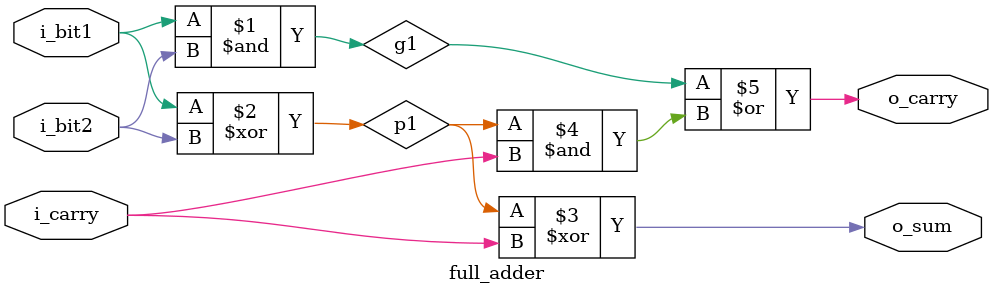
<source format=v>
module full_adder
(input i_bit1,input i_bit2, input i_carry,output o_sum,output o_carry);

wire g1,p1;
assign g1=i_bit1 & i_bit2;
assign p1=i_bit1 ^ i_bit2;

assign o_sum=p1 ^ i_carry;
assign o_carry = g1 | (p1&i_carry);

endmodule


</source>
